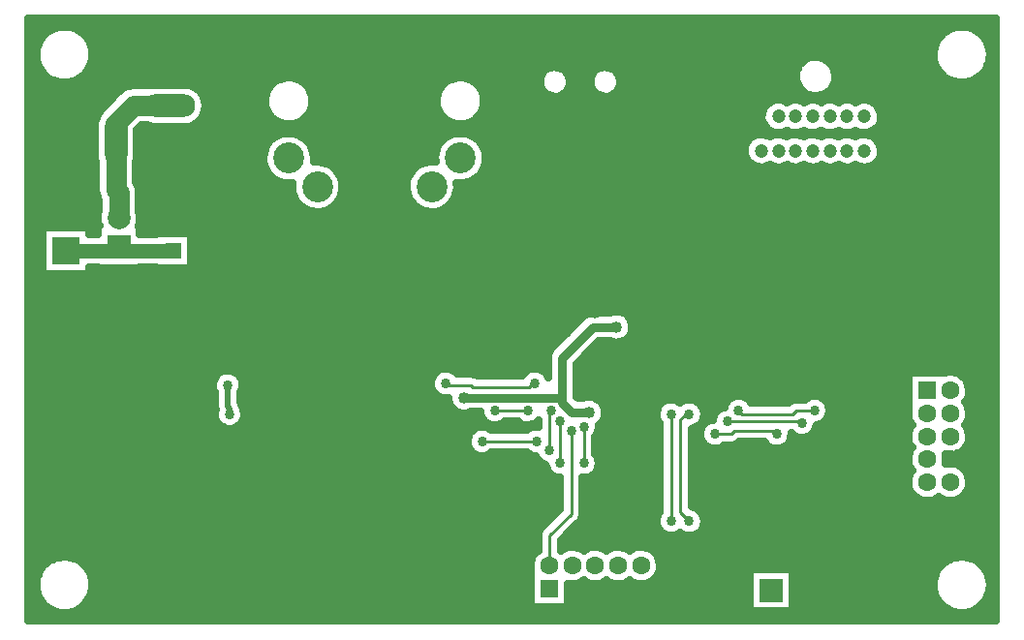
<source format=gbr>
G04 DipTrace 2.4.0.2*
%INmainboard_Bottom.gbr*%
%MOIN*%
%ADD13C,0.03*%
%ADD15C,0.022*%
%ADD18C,0.01*%
%ADD19C,0.02*%
%ADD20C,0.04*%
%ADD22C,0.024*%
%ADD27C,0.05*%
%ADD28C,0.07*%
%ADD30C,0.025*%
%ADD31R,0.0531X0.0531*%
%ADD32C,0.0531*%
%ADD39R,0.0945X0.0945*%
%ADD40C,0.0945*%
%ADD50O,0.1969X0.0787*%
%ADD51O,0.1772X0.0787*%
%ADD52O,0.0787X0.1772*%
%ADD53C,0.1063*%
%ADD58C,0.0472*%
%ADD59C,0.0787*%
%ADD60R,0.0591X0.0591*%
%ADD61C,0.063*%
%ADD62R,0.0787X0.0787*%
%ADD63C,0.0787*%
%ADD71C,0.034*%
%FSLAX44Y44*%
G04*
G70*
G90*
G75*
G01*
%LNBottom*%
%LPD*%
X23377Y11250D2*
D13*
X22751D1*
X22439Y11563D1*
Y11750D1*
Y13125D1*
X23502Y14188D1*
X24314D1*
X22439Y11750D2*
X19064D1*
X22500Y20562D2*
D15*
X22459Y20540D1*
X26937D1*
Y20846D1*
Y22000D1*
X14016Y23937D2*
D13*
X15000D1*
X15984D1*
X16969D1*
X17953D1*
X15984Y20000D2*
Y20937D1*
Y23937D1*
X15937Y16437D2*
D22*
Y19187D1*
X15984Y19140D1*
Y20000D1*
X15937Y13937D2*
D13*
Y14188D1*
Y16437D1*
X22500Y20562D2*
D15*
X20750D1*
X20375Y20937D1*
X20250D1*
D13*
X17437D1*
X15984D1*
X10047Y16813D2*
D15*
X9937Y16704D1*
Y15187D1*
Y13625D1*
X9562Y13250D1*
X9437D1*
X11569Y10444D2*
X11500Y10375D1*
X9750D1*
X9437Y10687D1*
Y11188D1*
Y11687D1*
Y13250D1*
X26937Y20540D2*
D13*
X28252D1*
Y15251D1*
X28690Y14813D1*
X29752D1*
X29586Y20846D2*
X30176D1*
X30767D1*
X31357D2*
X30767D1*
X31948D2*
X31357D1*
X32538D2*
X31948D1*
X28070Y23524D2*
X34251D1*
X29586Y20846D2*
X28070D1*
Y23524D1*
Y20846D2*
X26937D1*
X25151Y5187D2*
X24364D1*
X23576D1*
X22789D1*
X25151D2*
Y4725D1*
X25627Y4250D1*
X28190D1*
X28627Y4687D1*
Y4749D1*
Y5125D1*
X24062Y13562D2*
D18*
X25126D1*
X26814Y15251D1*
X26752D1*
X28627Y4749D2*
D13*
X29189Y4187D1*
X31815D1*
X34940Y7312D1*
X36378D1*
X36690Y7625D1*
Y9313D1*
X36378Y9625D1*
X35799D1*
X35787Y9637D1*
X11569Y10444D2*
Y8931D1*
X12250Y8250D1*
X19439D1*
X19939Y7750D1*
Y4562D1*
X20189Y4312D1*
X22439D1*
X22751Y4625D1*
Y5150D1*
X22789Y5187D1*
X19627Y14188D2*
X15937D1*
X24752Y10938D2*
Y12875D1*
X24189D1*
Y13000D1*
Y13689D1*
X24062Y13562D1*
X26814Y15251D2*
X28252D1*
X23187Y13000D2*
X24189D1*
X9688Y11188D2*
D15*
X9437D1*
X9688D2*
D13*
Y11687D1*
X9687D1*
X9187Y12187D2*
Y11687D1*
Y11187D2*
Y11687D1*
X9437D1*
X9687Y12187D2*
Y11687D1*
X24062Y13000D2*
X24189D1*
X8937Y23437D2*
D15*
Y23937D1*
X14015D1*
X14016D1*
X10187Y15187D2*
X9937D1*
X17437Y21437D2*
D13*
Y20937D1*
X26814Y11188D2*
D18*
X26689D1*
X26502Y11000D1*
Y7812D1*
X26814Y7500D1*
X21501Y12250D2*
X21439D1*
X21314Y12125D1*
X19376D1*
X19314Y12188D1*
X18501D1*
X18439Y12250D1*
X10937Y12187D2*
D19*
Y11439D1*
X11000Y11375D1*
Y11188D1*
X5375Y16813D2*
D27*
X7063D1*
X7187Y16937D1*
X9063Y16813D2*
X7311D1*
X7187Y16937D1*
X8937Y21799D2*
D28*
X8922Y21814D1*
X7687D1*
X7087Y21213D1*
Y20618D1*
X7187Y17937D2*
Y18814D1*
X7087Y18914D1*
Y20618D1*
X26187Y11187D2*
D18*
Y7500D1*
X21251Y11313D2*
X20126D1*
X21564Y10250D2*
X19689D1*
X22376Y9500D2*
Y10938D1*
X30690Y10875D2*
Y10938D1*
X28127D1*
X31127Y11313D2*
X30502D1*
X30377Y11188D1*
X28627D1*
X28502Y11313D1*
X22001Y9938D2*
Y11250D1*
X22064Y11313D1*
X23189Y10750D2*
Y9500D1*
X29815Y10500D2*
X29690Y10625D1*
X28377D1*
X28252Y10500D1*
X27690D1*
X22751Y10625D2*
Y7750D1*
X22001Y7000D1*
Y5975D1*
D20*
X23377Y11250D3*
X24314Y14188D3*
X19064Y11750D3*
X26937Y22000D3*
X15937Y16437D3*
Y13937D3*
Y16437D3*
X9437Y13250D3*
X11569Y10444D3*
X29752Y14813D3*
X24062Y13562D3*
X26752Y15251D3*
X11569Y10444D3*
X19627Y14188D3*
X24752Y10938D3*
X24062Y13562D3*
X23187Y13000D3*
D71*
X26814Y11188D3*
Y7500D3*
X21501Y12250D3*
X18439D3*
X10937Y12187D3*
X11000Y11188D3*
X26187Y11187D3*
Y7500D3*
X21251Y11313D3*
X20126D3*
X21564Y10250D3*
X19689D3*
X22376Y9500D3*
Y10938D3*
X30690Y10875D3*
X28127Y10938D3*
X31127Y11313D3*
X28502D3*
X22001Y9938D3*
X22064Y11313D3*
X23189Y10750D3*
Y9500D3*
X29815Y10500D3*
X27690D3*
X22751Y10625D3*
D20*
X23562Y14687D3*
X22625D3*
X22564Y14001D3*
X24062Y13000D3*
X24187Y7187D3*
X22500Y20562D3*
X9187Y12187D3*
X9687D3*
X9187Y11687D3*
X9687D3*
X9187Y11187D3*
X9688Y11188D3*
X27437Y18437D3*
X26937Y19437D3*
X26437Y18437D3*
X28687Y7187D3*
X29752Y15313D3*
X30937Y7187D3*
X32937D3*
X31690Y16376D3*
X30937Y5187D3*
X36187Y21437D3*
X35937Y16687D3*
Y14687D3*
X34187D3*
X32687Y13187D3*
X20876Y15751D3*
X6937Y23437D3*
X8937D3*
X10437D3*
X5437Y19187D3*
X8312Y20687D3*
X8687Y15187D3*
X10187D3*
X11437Y14187D3*
X4500Y15437D3*
Y13937D3*
Y12437D3*
Y10937D3*
Y9437D3*
X5687Y10187D3*
X6937D3*
X8187Y10625D3*
X7937Y7375D3*
Y5625D3*
X10937D3*
X13937D3*
X10937Y7375D3*
X13937D3*
X16937D3*
Y5625D3*
X14437Y21437D3*
X17437D3*
X9562Y20687D3*
X17376Y13938D3*
X8312Y18251D3*
X9562Y18249D3*
X27127Y12000D3*
X29002D3*
X4087Y24566D2*
D30*
X37351D1*
X4087Y24317D2*
X4691D1*
X5933D2*
X35566D1*
X36808D2*
X37351D1*
X4087Y24068D2*
X4469D1*
X6155D2*
X35344D1*
X37030D2*
X37351D1*
X4087Y23819D2*
X4359D1*
X6265D2*
X35234D1*
X37140D2*
X37351D1*
X4087Y23571D2*
X4324D1*
X6300D2*
X35199D1*
X37175D2*
X37351D1*
X4087Y23322D2*
X4355D1*
X6269D2*
X30703D1*
X31616D2*
X35230D1*
X37144D2*
X37351D1*
X4087Y23073D2*
X4457D1*
X6167D2*
X21918D1*
X22464D2*
X23648D1*
X24198D2*
X30519D1*
X31800D2*
X35332D1*
X37042D2*
X37351D1*
X4087Y22825D2*
X4668D1*
X5956D2*
X21695D1*
X22687D2*
X23430D1*
X24417D2*
X30469D1*
X31851D2*
X35543D1*
X36831D2*
X37351D1*
X4087Y22576D2*
X12480D1*
X13581D2*
X18387D1*
X19487D2*
X21664D1*
X22718D2*
X23394D1*
X24452D2*
X30512D1*
X31808D2*
X37351D1*
X4087Y22327D2*
X7215D1*
X9952D2*
X12289D1*
X13776D2*
X18191D1*
X19683D2*
X21762D1*
X22620D2*
X23492D1*
X24355D2*
X30680D1*
X31640D2*
X37351D1*
X4087Y22079D2*
X6965D1*
X10124D2*
X12211D1*
X13855D2*
X18117D1*
X19757D2*
X37351D1*
X4087Y21830D2*
X6715D1*
X10179D2*
X12215D1*
X13847D2*
X18121D1*
X19753D2*
X29445D1*
X33269D2*
X37351D1*
X4087Y21581D2*
X6488D1*
X10148D2*
X12301D1*
X13761D2*
X18207D1*
X19667D2*
X29308D1*
X33409D2*
X37351D1*
X4087Y21333D2*
X6371D1*
X10011D2*
X12516D1*
X13550D2*
X18418D1*
X19456D2*
X29297D1*
X33417D2*
X37351D1*
X4087Y21084D2*
X6336D1*
X7948D2*
X8301D1*
X9573D2*
X29410D1*
X33304D2*
X37351D1*
X4087Y20835D2*
X6336D1*
X7839D2*
X12789D1*
X13273D2*
X18695D1*
X19179D2*
X37351D1*
X4087Y20587D2*
X6336D1*
X7839D2*
X12375D1*
X13691D2*
X18277D1*
X19597D2*
X28805D1*
X33319D2*
X37351D1*
X4087Y20338D2*
X6336D1*
X7839D2*
X12211D1*
X13851D2*
X18117D1*
X19757D2*
X28703D1*
X33421D2*
X37351D1*
X4087Y20089D2*
X6336D1*
X7835D2*
X12148D1*
X13913D2*
X18055D1*
X19819D2*
X28723D1*
X33401D2*
X37351D1*
X4087Y19840D2*
X6379D1*
X7792D2*
X12156D1*
X14296D2*
X17676D1*
X19812D2*
X28879D1*
X33245D2*
X37351D1*
X4087Y19592D2*
X6379D1*
X7792D2*
X12246D1*
X14683D2*
X17285D1*
X19722D2*
X37351D1*
X4087Y19343D2*
X6379D1*
X7792D2*
X12445D1*
X14839D2*
X17129D1*
X19523D2*
X37351D1*
X4087Y19094D2*
X6379D1*
X7835D2*
X13133D1*
X14901D2*
X17066D1*
X18839D2*
X37351D1*
X4087Y18846D2*
X6383D1*
X7894D2*
X13144D1*
X14886D2*
X17082D1*
X18823D2*
X37351D1*
X4087Y18597D2*
X6457D1*
X7894D2*
X13234D1*
X14796D2*
X17172D1*
X18733D2*
X37351D1*
X4087Y18348D2*
X6480D1*
X7894D2*
X13441D1*
X14589D2*
X17379D1*
X18526D2*
X37351D1*
X4087Y18100D2*
X6457D1*
X7917D2*
X37351D1*
X4087Y17851D2*
X6441D1*
X7933D2*
X37351D1*
X4087Y17602D2*
X4547D1*
X6202D2*
X6437D1*
X7937D2*
X37351D1*
X4087Y17354D2*
X4547D1*
X9687D2*
X37351D1*
X4087Y17105D2*
X4547D1*
X9687D2*
X37351D1*
X4087Y16856D2*
X4547D1*
X9687D2*
X37351D1*
X4087Y16608D2*
X4547D1*
X9687D2*
X37351D1*
X4087Y16359D2*
X4547D1*
X9687D2*
X37351D1*
X4087Y16110D2*
X4547D1*
X6202D2*
X37351D1*
X4087Y15861D2*
X37351D1*
X4087Y15613D2*
X37351D1*
X4087Y15364D2*
X37351D1*
X4087Y15115D2*
X37351D1*
X4087Y14867D2*
X37351D1*
X4087Y14618D2*
X23258D1*
X24651D2*
X37351D1*
X4087Y14369D2*
X22976D1*
X24839D2*
X37351D1*
X4087Y14121D2*
X22726D1*
X24866D2*
X37351D1*
X4087Y13872D2*
X22480D1*
X24765D2*
X37351D1*
X4087Y13623D2*
X22230D1*
X23644D2*
X37351D1*
X4087Y13375D2*
X22000D1*
X23394D2*
X37351D1*
X4087Y13126D2*
X21933D1*
X23148D2*
X37351D1*
X4087Y12877D2*
X21933D1*
X22944D2*
X37351D1*
X4087Y12629D2*
X10672D1*
X11202D2*
X18082D1*
X18792D2*
X21148D1*
X21855D2*
X21932D1*
X22944D2*
X35613D1*
X35964D2*
X37351D1*
X4087Y12380D2*
X10449D1*
X11425D2*
X17930D1*
X22944D2*
X34348D1*
X36335D2*
X37351D1*
X4087Y12131D2*
X10414D1*
X11460D2*
X17926D1*
X22944D2*
X34348D1*
X36444D2*
X37351D1*
X4087Y11882D2*
X10480D1*
X11394D2*
X18074D1*
X22944D2*
X34348D1*
X36448D2*
X37351D1*
X4087Y11634D2*
X10480D1*
X11394D2*
X18519D1*
X23769D2*
X25933D1*
X26441D2*
X26558D1*
X27069D2*
X28090D1*
X28913D2*
X30269D1*
X31538D2*
X34348D1*
X36347D2*
X37351D1*
X4087Y11385D2*
X10484D1*
X11487D2*
X18652D1*
X23917D2*
X25699D1*
X27300D2*
X27875D1*
X31648D2*
X34348D1*
X36437D2*
X37351D1*
X4087Y11136D2*
X10476D1*
X11523D2*
X19633D1*
X23921D2*
X25664D1*
X27339D2*
X27641D1*
X31620D2*
X34332D1*
X36452D2*
X37351D1*
X4087Y10888D2*
X10574D1*
X11429D2*
X19836D1*
X20417D2*
X20961D1*
X23792D2*
X25758D1*
X27241D2*
X27346D1*
X31417D2*
X34414D1*
X36370D2*
X37351D1*
X4087Y10639D2*
X19348D1*
X20030D2*
X21223D1*
X23702D2*
X25781D1*
X26909D2*
X27183D1*
X31159D2*
X34363D1*
X36421D2*
X37351D1*
X4087Y10390D2*
X19183D1*
X23597D2*
X25781D1*
X26909D2*
X27176D1*
X30331D2*
X30535D1*
X30843D2*
X34328D1*
X36456D2*
X37351D1*
X4087Y10142D2*
X19176D1*
X23597D2*
X25781D1*
X26909D2*
X27312D1*
X28409D2*
X29437D1*
X30191D2*
X34394D1*
X36394D2*
X37351D1*
X4087Y9893D2*
X19312D1*
X23597D2*
X25781D1*
X26909D2*
X34379D1*
X36179D2*
X37351D1*
X4087Y9644D2*
X21570D1*
X23694D2*
X25781D1*
X26909D2*
X34328D1*
X35671D2*
X37351D1*
X4087Y9396D2*
X21859D1*
X23706D2*
X25781D1*
X26909D2*
X34375D1*
X36159D2*
X37351D1*
X4087Y9147D2*
X21996D1*
X23569D2*
X25781D1*
X26909D2*
X34398D1*
X36386D2*
X37351D1*
X4087Y8898D2*
X22344D1*
X23159D2*
X25781D1*
X26909D2*
X34328D1*
X36456D2*
X37351D1*
X4087Y8650D2*
X22344D1*
X23159D2*
X25781D1*
X26909D2*
X34359D1*
X36425D2*
X37351D1*
X4087Y8401D2*
X22344D1*
X23159D2*
X25781D1*
X26909D2*
X34508D1*
X36276D2*
X37351D1*
X4087Y8152D2*
X22344D1*
X23159D2*
X25781D1*
X26909D2*
X37351D1*
X4087Y7903D2*
X22340D1*
X23159D2*
X25781D1*
X27136D2*
X37351D1*
X4087Y7655D2*
X22090D1*
X23148D2*
X25683D1*
X27316D2*
X37351D1*
X4087Y7406D2*
X21844D1*
X22972D2*
X25668D1*
X27331D2*
X37351D1*
X4087Y7157D2*
X21629D1*
X22726D2*
X25797D1*
X27206D2*
X37351D1*
X4087Y6909D2*
X21594D1*
X22476D2*
X37351D1*
X4087Y6660D2*
X21594D1*
X22409D2*
X37351D1*
X4087Y6411D2*
X21500D1*
X25651D2*
X37351D1*
X4087Y6163D2*
X4840D1*
X5784D2*
X21359D1*
X25796D2*
X35715D1*
X36659D2*
X37351D1*
X4087Y5914D2*
X4539D1*
X6089D2*
X21332D1*
X25819D2*
X35410D1*
X36964D2*
X37351D1*
X4087Y5665D2*
X4394D1*
X6233D2*
X21348D1*
X25745D2*
X28875D1*
X30378D2*
X35269D1*
X37105D2*
X37351D1*
X4087Y5417D2*
X4332D1*
X6292D2*
X21348D1*
X23140D2*
X23222D1*
X23929D2*
X24010D1*
X24714D2*
X24800D1*
X25503D2*
X28875D1*
X30378D2*
X35207D1*
X37167D2*
X37351D1*
X4087Y5168D2*
X4336D1*
X6288D2*
X21348D1*
X22651D2*
X28875D1*
X30378D2*
X35211D1*
X37163D2*
X37351D1*
X4087Y4919D2*
X4410D1*
X6214D2*
X21348D1*
X22651D2*
X28875D1*
X30378D2*
X35285D1*
X37089D2*
X37351D1*
X4087Y4671D2*
X4570D1*
X6054D2*
X21348D1*
X22651D2*
X28875D1*
X30378D2*
X35445D1*
X36929D2*
X37351D1*
X4087Y4422D2*
X4926D1*
X5702D2*
X28875D1*
X30378D2*
X35797D1*
X36577D2*
X37351D1*
X4087Y4173D2*
X37351D1*
X8590Y17411D2*
X9660D1*
Y16216D1*
X8465D1*
Y16235D1*
X8063Y16232D1*
X7910D1*
X7913Y16211D1*
X6461D1*
Y16231D1*
X6177Y16232D1*
X6179Y16009D1*
X4570D1*
Y17618D1*
X6179D1*
Y17395D1*
X6465D1*
X6461Y17663D1*
X6515Y17664D1*
X6478Y17784D1*
X6462Y17908D1*
X6468Y18032D1*
X6505Y18187D1*
Y18558D1*
X6450Y18669D1*
X6422Y18760D1*
X6405Y18914D1*
Y19879D1*
X6377Y19973D1*
X6361Y20126D1*
X6367Y21206D1*
X6394Y21327D1*
X6457Y21475D1*
X6515Y21585D1*
X6604Y21695D1*
X7205Y22296D1*
X7301Y22376D1*
X7410Y22437D1*
X7528Y22477D1*
X7687Y22496D1*
X8246D1*
X8401Y22523D1*
X9429Y22525D1*
X9510Y22520D1*
X9632Y22496D1*
X9749Y22451D1*
X9856Y22386D1*
X9950Y22304D1*
X10029Y22208D1*
X10090Y22099D1*
X10132Y21981D1*
X10155Y21799D1*
X10144Y21675D1*
X10112Y21554D1*
X10060Y21441D1*
X9989Y21338D1*
X9902Y21249D1*
X9800Y21176D1*
X9688Y21121D1*
X9568Y21087D1*
X9429Y21074D1*
X8445Y21078D1*
X8335Y21082D1*
X8167Y21132D1*
X7973D1*
X7813Y20975D1*
X7808Y20126D1*
X7801Y20002D1*
X7768Y19868D1*
Y19169D1*
X7824Y19059D1*
X7852Y18968D1*
X7869Y18814D1*
Y18185D1*
X7910Y17996D1*
X7902Y17813D1*
X7855Y17660D1*
X7913Y17663D1*
Y17393D1*
X8463Y17395D1*
X8465Y17411D1*
X8590D1*
X19791Y19875D2*
X19764Y19753D1*
X19720Y19636D1*
X19660Y19527D1*
X19584Y19428D1*
X19495Y19340D1*
X19394Y19267D1*
X19283Y19209D1*
X19165Y19167D1*
X19043Y19143D1*
X18918Y19136D1*
X18805Y19147D1*
X18816Y19015D1*
X18807Y18891D1*
X18780Y18769D1*
X18736Y18652D1*
X18675Y18543D1*
X18600Y18443D1*
X18510Y18356D1*
X18409Y18283D1*
X18299Y18224D1*
X18181Y18183D1*
X18059Y18158D1*
X17934Y18152D1*
X17810Y18164D1*
X17688Y18193D1*
X17572Y18240D1*
X17465Y18303D1*
X17367Y18381D1*
X17282Y18472D1*
X17210Y18575D1*
X17154Y18686D1*
X17115Y18805D1*
X17094Y18928D1*
X17090Y19053D1*
X17105Y19177D1*
X17137Y19298D1*
X17186Y19412D1*
X17252Y19519D1*
X17332Y19615D1*
X17425Y19698D1*
X17529Y19767D1*
X17641Y19821D1*
X17761Y19857D1*
X17884Y19876D1*
X18009Y19877D1*
X18083Y19867D1*
X18074Y20037D1*
X18089Y20161D1*
X18121Y20282D1*
X18170Y20397D1*
X18236Y20503D1*
X18316Y20599D1*
X18409Y20682D1*
X18513Y20751D1*
X18626Y20805D1*
X18745Y20841D1*
X18869Y20860D1*
X18994Y20861D1*
X19117Y20844D1*
X19237Y20809D1*
X19351Y20757D1*
X19456Y20690D1*
X19550Y20608D1*
X19631Y20513D1*
X19698Y20407D1*
X19749Y20293D1*
X19783Y20173D1*
X19800Y20000D1*
X19791Y19875D1*
X13886D2*
X14072Y19877D1*
X14196Y19860D1*
X14316Y19825D1*
X14430Y19773D1*
X14535Y19705D1*
X14629Y19623D1*
X14710Y19528D1*
X14777Y19423D1*
X14828Y19309D1*
X14862Y19189D1*
X14879Y19015D1*
X14870Y18891D1*
X14843Y18769D1*
X14799Y18652D1*
X14738Y18543D1*
X14663Y18443D1*
X14573Y18356D1*
X14472Y18283D1*
X14362Y18224D1*
X14244Y18183D1*
X14122Y18158D1*
X13997Y18152D1*
X13873Y18164D1*
X13751Y18193D1*
X13635Y18240D1*
X13528Y18303D1*
X13430Y18381D1*
X13345Y18472D1*
X13273Y18575D1*
X13217Y18686D1*
X13178Y18805D1*
X13157Y18928D1*
X13153Y19053D1*
X13165Y19150D1*
X13013Y19136D1*
X12888Y19148D1*
X12767Y19178D1*
X12651Y19224D1*
X12543Y19287D1*
X12446Y19365D1*
X12360Y19456D1*
X12289Y19559D1*
X12233Y19671D1*
X12194Y19789D1*
X12173Y19912D1*
X12169Y20037D1*
X12183Y20161D1*
X12216Y20282D1*
X12265Y20397D1*
X12330Y20503D1*
X12410Y20599D1*
X12503Y20682D1*
X12607Y20751D1*
X12720Y20805D1*
X12840Y20841D1*
X12963Y20860D1*
X13088Y20861D1*
X13212Y20844D1*
X13332Y20809D1*
X13445Y20757D1*
X13550Y20690D1*
X13644Y20608D1*
X13726Y20513D1*
X13793Y20407D1*
X13843Y20293D1*
X13877Y20173D1*
X13895Y20000D1*
X13886Y19875D1*
X19732Y21844D2*
X19703Y21722D1*
X19655Y21606D1*
X19591Y21500D1*
X19510Y21404D1*
X19416Y21322D1*
X19310Y21256D1*
X19196Y21206D1*
X19075Y21176D1*
X18950Y21164D1*
X18826Y21171D1*
X18704Y21198D1*
X18587Y21244D1*
X18480Y21306D1*
X18383Y21385D1*
X18299Y21478D1*
X18231Y21583D1*
X18180Y21697D1*
X18147Y21817D1*
X18133Y21941D1*
X18139Y22066D1*
X18164Y22188D1*
X18207Y22305D1*
X18268Y22414D1*
X18345Y22513D1*
X18437Y22598D1*
X18540Y22668D1*
X18653Y22721D1*
X18773Y22755D1*
X18897Y22771D1*
X19022Y22768D1*
X19145Y22745D1*
X19262Y22704D1*
X19372Y22644D1*
X19472Y22569D1*
X19558Y22479D1*
X19630Y22377D1*
X19685Y22264D1*
X19722Y22145D1*
X19741Y21968D1*
X19732Y21844D1*
X13826D2*
X13797Y21722D1*
X13750Y21606D1*
X13685Y21500D1*
X13605Y21404D1*
X13511Y21322D1*
X13405Y21256D1*
X13290Y21206D1*
X13169Y21176D1*
X13045Y21164D1*
X12920Y21171D1*
X12798Y21198D1*
X12682Y21244D1*
X12574Y21306D1*
X12477Y21385D1*
X12394Y21478D1*
X12325Y21583D1*
X12274Y21697D1*
X12241Y21817D1*
X12228Y21941D1*
X12233Y22066D1*
X12258Y22188D1*
X12301Y22305D1*
X12362Y22414D1*
X12440Y22513D1*
X12531Y22598D1*
X12635Y22668D1*
X12748Y22721D1*
X12868Y22755D1*
X12991Y22771D1*
X13116Y22768D1*
X13239Y22745D1*
X13357Y22704D1*
X13467Y22644D1*
X13566Y22569D1*
X13653Y22479D1*
X13724Y22377D1*
X13779Y22264D1*
X13816Y22145D1*
X13836Y21968D1*
X13826Y21844D1*
X34497Y12627D2*
X35627Y12623D1*
X35739Y12645D1*
X35864Y12642D1*
X35986Y12615D1*
X36100Y12565D1*
X36203Y12495D1*
X36290Y12406D1*
X36359Y12301D1*
X36406Y12186D1*
X36434Y12000D1*
X36422Y11875D1*
X36386Y11756D1*
X36328Y11645D1*
X36296Y11606D1*
X36359Y11514D1*
X36406Y11398D1*
X36434Y11212D1*
X36422Y11088D1*
X36386Y10968D1*
X36328Y10858D1*
X36296Y10818D1*
X36359Y10727D1*
X36406Y10611D1*
X36434Y10425D1*
X36422Y10300D1*
X36386Y10181D1*
X36328Y10070D1*
X36250Y9973D1*
X36155Y9893D1*
X36045Y9832D1*
X35927Y9793D1*
X35803Y9778D1*
X35678Y9787D1*
X35622Y9802D1*
X35646Y9637D1*
X35622Y9472D1*
X35739Y9495D1*
X35864Y9492D1*
X35986Y9465D1*
X36100Y9416D1*
X36203Y9345D1*
X36290Y9256D1*
X36359Y9152D1*
X36406Y9036D1*
X36434Y8850D1*
X36422Y8726D1*
X36386Y8606D1*
X36328Y8496D1*
X36250Y8398D1*
X36155Y8318D1*
X36045Y8257D1*
X35927Y8218D1*
X35803Y8203D1*
X35678Y8212D1*
X35558Y8245D1*
X35446Y8300D1*
X35393Y8340D1*
X35258Y8257D1*
X35139Y8218D1*
X35016Y8203D1*
X34891Y8212D1*
X34771Y8245D1*
X34659Y8300D1*
X34559Y8376D1*
X34477Y8469D1*
X34413Y8577D1*
X34372Y8694D1*
X34353Y8818D1*
X34359Y8943D1*
X34389Y9064D1*
X34442Y9177D1*
X34490Y9243D1*
X34413Y9364D1*
X34372Y9482D1*
X34353Y9605D1*
X34359Y9730D1*
X34389Y9851D1*
X34442Y9964D1*
X34490Y10031D1*
X34413Y10152D1*
X34372Y10269D1*
X34353Y10393D1*
X34359Y10517D1*
X34389Y10639D1*
X34442Y10752D1*
X34490Y10818D1*
X34413Y10939D1*
X34372Y11057D1*
X34353Y11180D1*
X34359Y11305D1*
X34372Y11372D1*
Y12627D1*
X34497D1*
X31355Y20954D2*
X31320Y20931D1*
X31203Y20887D1*
X31079Y20869D1*
X30955Y20879D1*
X30836Y20916D1*
X30771Y20953D1*
X30612Y20887D1*
X30489Y20869D1*
X30364Y20879D1*
X30245Y20916D1*
X30181Y20953D1*
X30022Y20887D1*
X29898Y20869D1*
X29774Y20879D1*
X29655Y20916D1*
X29546Y20978D1*
X29454Y21062D1*
X29383Y21164D1*
X29335Y21279D1*
X29314Y21402D1*
X29320Y21527D1*
X29353Y21647D1*
X29412Y21757D1*
X29493Y21852D1*
X29593Y21927D1*
X29707Y21978D1*
X29829Y22003D1*
X29954Y22000D1*
X30075Y21971D1*
X30176Y21921D1*
X30297Y21978D1*
X30420Y22003D1*
X30544Y22000D1*
X30665Y21971D1*
X30767Y21921D1*
X30888Y21978D1*
X31010Y22003D1*
X31135Y22000D1*
X31256Y21971D1*
X31357Y21921D1*
X31478Y21978D1*
X31601Y22003D1*
X31725Y22000D1*
X31847Y21971D1*
X31948Y21921D1*
X32069Y21978D1*
X32191Y22003D1*
X32316Y22000D1*
X32437Y21971D1*
X32539Y21921D1*
X32660Y21978D1*
X32782Y22003D1*
X32906Y22000D1*
X33028Y21971D1*
X33140Y21916D1*
X33237Y21837D1*
X33314Y21740D1*
X33369Y21628D1*
X33398Y21506D1*
X33402Y21437D1*
X33388Y21313D1*
X33348Y21195D1*
X33282Y21089D1*
X33196Y20999D1*
X33091Y20931D1*
X32975Y20887D1*
X32851Y20869D1*
X32727Y20879D1*
X32607Y20916D1*
X32543Y20953D1*
X32384Y20887D1*
X32260Y20869D1*
X32136Y20879D1*
X32017Y20916D1*
X31953Y20953D1*
X31793Y20887D1*
X31670Y20869D1*
X31546Y20879D1*
X31426Y20916D1*
X31362Y20953D1*
X31355Y19773D2*
X31320Y19750D1*
X31203Y19706D1*
X31079Y19688D1*
X30955Y19698D1*
X30836Y19735D1*
X30771Y19772D1*
X30612Y19706D1*
X30489Y19688D1*
X30364Y19698D1*
X30245Y19735D1*
X30181Y19772D1*
X30022Y19706D1*
X29898Y19688D1*
X29774Y19698D1*
X29655Y19735D1*
X29590Y19772D1*
X29431Y19706D1*
X29308Y19688D1*
X29183Y19698D1*
X29064Y19735D1*
X28956Y19797D1*
X28864Y19881D1*
X28792Y19983D1*
X28745Y20098D1*
X28723Y20221D1*
X28729Y20346D1*
X28763Y20466D1*
X28821Y20576D1*
X28902Y20671D1*
X29002Y20746D1*
X29116Y20797D1*
X29238Y20822D1*
X29363Y20819D1*
X29484Y20790D1*
X29586Y20740D1*
X29707Y20797D1*
X29829Y20822D1*
X29954Y20819D1*
X30075Y20790D1*
X30176Y20740D1*
X30297Y20797D1*
X30420Y20822D1*
X30544Y20819D1*
X30665Y20790D1*
X30767Y20740D1*
X30888Y20797D1*
X31010Y20822D1*
X31135Y20819D1*
X31256Y20790D1*
X31357Y20740D1*
X31478Y20797D1*
X31601Y20822D1*
X31725Y20819D1*
X31847Y20790D1*
X31948Y20740D1*
X32069Y20797D1*
X32191Y20822D1*
X32316Y20819D1*
X32437Y20790D1*
X32539Y20740D1*
X32660Y20797D1*
X32782Y20822D1*
X32906Y20819D1*
X33028Y20790D1*
X33140Y20735D1*
X33237Y20656D1*
X33314Y20559D1*
X33369Y20446D1*
X33398Y20325D1*
X33402Y20256D1*
X33388Y20132D1*
X33348Y20014D1*
X33282Y19908D1*
X33196Y19818D1*
X33091Y19750D1*
X32975Y19706D1*
X32851Y19688D1*
X32727Y19698D1*
X32607Y19735D1*
X32543Y19772D1*
X32384Y19706D1*
X32260Y19688D1*
X32136Y19698D1*
X32017Y19735D1*
X31953Y19772D1*
X31793Y19706D1*
X31670Y19688D1*
X31546Y19698D1*
X31426Y19735D1*
X31362Y19772D1*
X31815Y22691D2*
X31781Y22571D1*
X31724Y22459D1*
X31648Y22361D1*
X31555Y22278D1*
X31448Y22214D1*
X31330Y22171D1*
X31207Y22150D1*
X31083Y22153D1*
X30960Y22179D1*
X30845Y22228D1*
X30741Y22297D1*
X30652Y22384D1*
X30581Y22486D1*
X30530Y22600D1*
X30501Y22721D1*
X30495Y22846D1*
X30512Y22970D1*
X30552Y23088D1*
X30614Y23196D1*
X30695Y23292D1*
X30792Y23370D1*
X30902Y23429D1*
X31021Y23467D1*
X31145Y23481D1*
X31269Y23473D1*
X31390Y23441D1*
X31503Y23387D1*
X31603Y23313D1*
X31688Y23222D1*
X31755Y23116D1*
X31801Y23000D1*
X31827Y22815D1*
X31815Y22691D1*
X22629Y5349D2*
Y4560D1*
X21374D1*
X21378Y5814D1*
X21355Y5943D1*
X21361Y6067D1*
X21391Y6188D1*
X21443Y6302D1*
X21517Y6403D1*
X21618Y6494D1*
X21620Y7000D1*
X21640Y7123D1*
X21701Y7235D1*
X21908Y7447D1*
X22369Y7908D1*
X22370Y8996D1*
X22290Y9006D1*
X22171Y9042D1*
X22064Y9107D1*
X21977Y9196D1*
X21915Y9304D1*
X21880Y9451D1*
X21796Y9480D1*
X21689Y9545D1*
X21602Y9634D1*
X21536Y9753D1*
X21478Y9756D1*
X21358Y9792D1*
X21238Y9871D1*
X20189Y9868D1*
X20013D1*
X19961Y9829D1*
X19849Y9775D1*
X19727Y9750D1*
X19602Y9756D1*
X19483Y9792D1*
X19377Y9857D1*
X19289Y9946D1*
X19227Y10054D1*
X19193Y10174D1*
X19189Y10298D1*
X19216Y10420D1*
X19273Y10531D1*
X19355Y10625D1*
X19458Y10696D1*
X19575Y10739D1*
X19699Y10752D1*
X19822Y10734D1*
X19937Y10686D1*
X20009Y10632D1*
X21239D1*
X21333Y10696D1*
X21450Y10739D1*
X21574Y10752D1*
X21616Y10746D1*
X21619Y10972D1*
X21524Y10891D1*
X21412Y10837D1*
X21290Y10812D1*
X21165Y10818D1*
X21046Y10855D1*
X20926Y10934D1*
X20451Y10931D1*
X20399Y10891D1*
X20287Y10837D1*
X20164Y10812D1*
X20040Y10818D1*
X19921Y10855D1*
X19814Y10920D1*
X19727Y11009D1*
X19664Y11117D1*
X19630Y11236D1*
X19629Y11272D1*
X19287Y11268D1*
X19149Y11225D1*
X19024Y11220D1*
X18902Y11244D1*
X18788Y11295D1*
X18690Y11372D1*
X18612Y11470D1*
X18559Y11582D1*
X18534Y11705D1*
X18535Y11755D1*
X18352Y11756D1*
X18233Y11793D1*
X18127Y11857D1*
X18039Y11946D1*
X17977Y12054D1*
X17943Y12174D1*
X17939Y12299D1*
X17966Y12420D1*
X18023Y12531D1*
X18105Y12625D1*
X18208Y12696D1*
X18325Y12739D1*
X18449Y12752D1*
X18572Y12734D1*
X18687Y12686D1*
X18787Y12612D1*
X18819Y12572D1*
X19314Y12570D1*
X19440Y12548D1*
X19523Y12507D1*
X21068D1*
X21168Y12625D1*
X21270Y12696D1*
X21387Y12739D1*
X21511Y12752D1*
X21635Y12734D1*
X21750Y12686D1*
X21850Y12612D1*
X21928Y12515D1*
X21956Y12454D1*
X21957Y13125D1*
X21973Y13249D1*
X22021Y13364D1*
X22098Y13466D1*
X23161Y14529D1*
X23260Y14605D1*
X23375Y14653D1*
X23502Y14670D1*
X24091D1*
X24184Y14704D1*
X24308Y14720D1*
X24432Y14707D1*
X24549Y14665D1*
X24654Y14597D1*
X24740Y14507D1*
X24802Y14399D1*
X24838Y14279D1*
X24846Y14188D1*
X24831Y14064D1*
X24788Y13947D1*
X24719Y13843D1*
X24628Y13759D1*
X24519Y13697D1*
X24399Y13663D1*
X24275Y13658D1*
X24152Y13681D1*
X24099Y13706D1*
X23701D1*
X22922Y12928D1*
X22921Y11762D1*
X23001Y11732D1*
X23154D1*
X23247Y11766D1*
X23370Y11782D1*
X23494Y11769D1*
X23612Y11727D1*
X23716Y11659D1*
X23802Y11569D1*
X23865Y11461D1*
X23901Y11342D1*
X23908Y11250D1*
X23894Y11126D1*
X23851Y11009D1*
X23782Y10906D1*
X23687Y10819D1*
X23691Y10750D1*
X23675Y10627D1*
X23630Y10510D1*
X23569Y10425D1*
X23571Y9824D1*
X23616Y9764D1*
X23668Y9651D1*
X23691Y9500D1*
X23675Y9376D1*
X23630Y9260D1*
X23557Y9159D1*
X23462Y9079D1*
X23349Y9025D1*
X23227Y9000D1*
X23133D1*
Y7750D1*
X23113Y7627D1*
X23052Y7515D1*
X22845Y7303D1*
X22383Y6842D1*
Y6496D1*
X22395Y6488D1*
X22501Y6554D1*
X22618Y6598D1*
X22741Y6620D1*
X22866Y6617D1*
X22988Y6590D1*
X23102Y6540D1*
X23183Y6488D1*
X23289Y6554D1*
X23405Y6598D1*
X23528Y6620D1*
X23653Y6617D1*
X23775Y6590D1*
X23889Y6540D1*
X23970Y6488D1*
X24076Y6554D1*
X24193Y6598D1*
X24316Y6620D1*
X24440Y6617D1*
X24562Y6590D1*
X24677Y6540D1*
X24758Y6488D1*
X24863Y6554D1*
X24980Y6598D1*
X25103Y6620D1*
X25228Y6617D1*
X25350Y6590D1*
X25464Y6540D1*
X25567Y6470D1*
X25654Y6381D1*
X25723Y6276D1*
X25770Y6161D1*
X25798Y5975D1*
X25786Y5850D1*
X25750Y5731D1*
X25692Y5620D1*
X25614Y5523D1*
X25519Y5442D1*
X25410Y5382D1*
X25291Y5343D1*
X25167Y5328D1*
X25043Y5337D1*
X24922Y5370D1*
X24810Y5425D1*
X24757Y5465D1*
X24622Y5382D1*
X24504Y5343D1*
X24380Y5328D1*
X24255Y5337D1*
X24135Y5370D1*
X24023Y5425D1*
X23970Y5465D1*
X23835Y5382D1*
X23716Y5343D1*
X23592Y5328D1*
X23468Y5337D1*
X23347Y5370D1*
X23235Y5425D1*
X23183Y5465D1*
X23047Y5382D1*
X22929Y5343D1*
X22805Y5328D1*
X22680Y5337D1*
X22631Y5350D1*
X29027Y5850D2*
X30353D1*
Y4399D1*
X28902D1*
Y5850D1*
X29027D1*
X24415Y22509D2*
X24370Y22392D1*
X24298Y22291D1*
X24203Y22210D1*
X24091Y22154D1*
X23970Y22127D1*
X23845Y22131D1*
X23725Y22166D1*
X23617Y22228D1*
X23528Y22315D1*
X23462Y22421D1*
X23425Y22540D1*
X23417Y22664D1*
X23440Y22787D1*
X23493Y22900D1*
X23571Y22997D1*
X23671Y23072D1*
X23786Y23120D1*
X23909Y23139D1*
X24033Y23127D1*
X24150Y23086D1*
X24254Y23017D1*
X24338Y22924D1*
X24397Y22814D1*
X24427Y22693D1*
X24430Y22632D1*
X24415Y22509D1*
X22683D2*
X22638Y22392D1*
X22566Y22291D1*
X22471Y22210D1*
X22359Y22154D1*
X22237Y22127D1*
X22113Y22131D1*
X21993Y22166D1*
X21885Y22228D1*
X21796Y22315D1*
X21730Y22421D1*
X21692Y22540D1*
X21685Y22664D1*
X21708Y22787D1*
X21760Y22900D1*
X21839Y22997D1*
X21938Y23072D1*
X22053Y23120D1*
X22177Y23139D1*
X22301Y23127D1*
X22418Y23086D1*
X22522Y23017D1*
X22606Y22924D1*
X22664Y22814D1*
X22694Y22693D1*
X22698Y22632D1*
X22683Y22509D1*
X6266Y23437D2*
X6242Y23315D1*
X6202Y23196D1*
X6147Y23084D1*
X6078Y22980D1*
X5996Y22886D1*
X5903Y22803D1*
X5799Y22732D1*
X5688Y22676D1*
X5570Y22635D1*
X5448Y22610D1*
X5323Y22600D1*
X5198Y22607D1*
X5075Y22630D1*
X4957Y22668D1*
X4844Y22722D1*
X4739Y22790D1*
X4644Y22870D1*
X4560Y22963D1*
X4488Y23065D1*
X4431Y23176D1*
X4389Y23294D1*
X4362Y23416D1*
X4351Y23540D1*
X4356Y23665D1*
X4377Y23788D1*
X4415Y23907D1*
X4467Y24021D1*
X4534Y24126D1*
X4613Y24223D1*
X4705Y24308D1*
X4807Y24380D1*
X4917Y24439D1*
X5034Y24482D1*
X5156Y24511D1*
X5280Y24523D1*
X5405Y24519D1*
X5528Y24499D1*
X5648Y24463D1*
X5762Y24412D1*
X5868Y24347D1*
X5965Y24268D1*
X6051Y24177D1*
X6125Y24076D1*
X6185Y23967D1*
X6230Y23850D1*
X6259Y23729D1*
X6274Y23562D1*
X6266Y23437D1*
Y5188D2*
X6242Y5065D1*
X6202Y4947D1*
X6147Y4834D1*
X6078Y4730D1*
X5996Y4636D1*
X5903Y4553D1*
X5799Y4483D1*
X5688Y4427D1*
X5570Y4386D1*
X5448Y4360D1*
X5323Y4350D1*
X5198Y4357D1*
X5075Y4380D1*
X4957Y4419D1*
X4844Y4472D1*
X4739Y4540D1*
X4644Y4621D1*
X4560Y4713D1*
X4488Y4816D1*
X4431Y4927D1*
X4389Y5044D1*
X4362Y5166D1*
X4351Y5291D1*
X4356Y5416D1*
X4377Y5539D1*
X4415Y5658D1*
X4467Y5771D1*
X4534Y5877D1*
X4613Y5973D1*
X4705Y6058D1*
X4807Y6130D1*
X4917Y6189D1*
X5034Y6233D1*
X5156Y6261D1*
X5280Y6273D1*
X5405Y6270D1*
X5528Y6249D1*
X5648Y6214D1*
X5762Y6162D1*
X5868Y6097D1*
X5965Y6018D1*
X6051Y5928D1*
X6125Y5827D1*
X6185Y5717D1*
X6230Y5601D1*
X6259Y5479D1*
X6274Y5312D1*
X6266Y5188D1*
X37141Y23437D2*
X37116Y23315D1*
X37077Y23196D1*
X37022Y23084D1*
X36953Y22980D1*
X36871Y22886D1*
X36777Y22803D1*
X36674Y22732D1*
X36562Y22676D1*
X36445Y22635D1*
X36322Y22610D1*
X36198Y22600D1*
X36073Y22607D1*
X35950Y22630D1*
X35831Y22668D1*
X35719Y22722D1*
X35614Y22790D1*
X35518Y22870D1*
X35434Y22963D1*
X35363Y23065D1*
X35306Y23176D1*
X35263Y23294D1*
X35236Y23416D1*
X35225Y23540D1*
X35231Y23665D1*
X35252Y23788D1*
X35289Y23907D1*
X35342Y24021D1*
X35408Y24126D1*
X35488Y24223D1*
X35580Y24308D1*
X35682Y24380D1*
X35792Y24439D1*
X35909Y24482D1*
X36030Y24511D1*
X36155Y24523D1*
X36280Y24519D1*
X36403Y24499D1*
X36523Y24463D1*
X36637Y24412D1*
X36743Y24347D1*
X36840Y24268D1*
X36926Y24177D1*
X37000Y24076D1*
X37059Y23967D1*
X37105Y23850D1*
X37134Y23729D1*
X37149Y23562D1*
X37141Y23437D1*
Y5188D2*
X37116Y5065D1*
X37077Y4947D1*
X37022Y4834D1*
X36953Y4730D1*
X36871Y4636D1*
X36777Y4553D1*
X36674Y4483D1*
X36562Y4427D1*
X36445Y4386D1*
X36322Y4360D1*
X36198Y4350D1*
X36073Y4357D1*
X35950Y4380D1*
X35831Y4419D1*
X35719Y4472D1*
X35614Y4540D1*
X35518Y4621D1*
X35434Y4713D1*
X35363Y4816D1*
X35306Y4927D1*
X35263Y5044D1*
X35236Y5166D1*
X35225Y5291D1*
X35231Y5416D1*
X35252Y5539D1*
X35289Y5658D1*
X35342Y5771D1*
X35408Y5877D1*
X35488Y5973D1*
X35580Y6058D1*
X35682Y6130D1*
X35792Y6189D1*
X35909Y6233D1*
X36030Y6261D1*
X36155Y6273D1*
X36280Y6270D1*
X36403Y6249D1*
X36523Y6214D1*
X36637Y6162D1*
X36743Y6097D1*
X36840Y6018D1*
X36926Y5928D1*
X37000Y5827D1*
X37059Y5717D1*
X37105Y5601D1*
X37134Y5479D1*
X37149Y5312D1*
X37141Y5188D1*
X26884Y10692D2*
Y7996D1*
X26948Y7984D1*
X27063Y7936D1*
X27163Y7861D1*
X27241Y7764D1*
X27293Y7651D1*
X27316Y7500D1*
X27301Y7376D1*
X27255Y7260D1*
X27183Y7159D1*
X27087Y7079D1*
X26975Y7024D1*
X26853Y6999D1*
X26728Y7005D1*
X26609Y7042D1*
X26500Y7110D1*
X26460Y7079D1*
X26347Y7024D1*
X26225Y6999D1*
X26101Y7005D1*
X25982Y7042D1*
X25875Y7107D1*
X25788Y7196D1*
X25725Y7304D1*
X25691Y7424D1*
X25687Y7548D1*
X25715Y7670D1*
X25771Y7781D1*
X25805Y7819D1*
Y10863D1*
X25725Y10991D1*
X25691Y11111D1*
X25687Y11235D1*
X25715Y11357D1*
X25771Y11468D1*
X25853Y11562D1*
X25956Y11633D1*
X26073Y11676D1*
X26197Y11689D1*
X26320Y11671D1*
X26436Y11623D1*
X26495Y11579D1*
X26584Y11633D1*
X26700Y11677D1*
X26824Y11690D1*
X26948Y11672D1*
X27063Y11624D1*
X27163Y11549D1*
X27241Y11452D1*
X27293Y11339D1*
X27316Y11188D1*
X27301Y11064D1*
X27255Y10948D1*
X27183Y10847D1*
X27087Y10766D1*
X26975Y10712D1*
X26887Y10694D1*
X11369Y11933D2*
X11371Y11596D1*
X11427Y11452D1*
X11479Y11339D1*
X11502Y11188D1*
X11487Y11064D1*
X11441Y10948D1*
X11368Y10847D1*
X11273Y10766D1*
X11161Y10712D1*
X11039Y10687D1*
X10914Y10693D1*
X10795Y10730D1*
X10688Y10795D1*
X10601Y10884D1*
X10538Y10992D1*
X10504Y11111D1*
X10501Y11236D1*
X10518Y11333D1*
X10505Y11439D1*
Y11935D1*
X10475Y11991D1*
X10441Y12111D1*
X10437Y12235D1*
X10465Y12357D1*
X10521Y12468D1*
X10603Y12562D1*
X10706Y12633D1*
X10823Y12676D1*
X10947Y12689D1*
X11070Y12671D1*
X11186Y12623D1*
X11285Y12548D1*
X11364Y12451D1*
X11416Y12338D1*
X11439Y12187D1*
X11423Y12063D1*
X11367Y11931D1*
X31184Y10817D2*
X31176Y10752D1*
X31131Y10635D1*
X31058Y10534D1*
X30963Y10454D1*
X30850Y10400D1*
X30728Y10375D1*
X30604Y10381D1*
X30484Y10417D1*
X30378Y10482D1*
X30315Y10546D1*
X30301Y10376D1*
X30256Y10260D1*
X30183Y10159D1*
X30087Y10079D1*
X29975Y10025D1*
X29853Y10000D1*
X29728Y10006D1*
X29609Y10042D1*
X29503Y10107D1*
X29415Y10196D1*
X29386Y10247D1*
X28565Y10243D1*
X28537D1*
X28427Y10161D1*
X28326Y10126D1*
X28127Y10118D1*
X28014D1*
X27962Y10079D1*
X27850Y10025D1*
X27728Y10000D1*
X27603Y10006D1*
X27484Y10042D1*
X27378Y10107D1*
X27290Y10196D1*
X27228Y10304D1*
X27193Y10424D1*
X27190Y10549D1*
X27217Y10670D1*
X27274Y10781D1*
X27356Y10875D1*
X27459Y10946D1*
X27576Y10989D1*
X27626Y10994D1*
X27655Y11108D1*
X27711Y11219D1*
X27793Y11313D1*
X27896Y11383D1*
X28017Y11427D1*
X28030Y11483D1*
X28086Y11594D1*
X28168Y11688D1*
X28271Y11758D1*
X28388Y11802D1*
X28512Y11815D1*
X28636Y11797D1*
X28751Y11749D1*
X28850Y11674D1*
X28934Y11566D1*
X29752Y11570D1*
X30217D1*
X30327Y11652D1*
X30428Y11687D1*
X30627Y11695D1*
X30803D1*
X30896Y11758D1*
X31013Y11802D1*
X31137Y11815D1*
X31261Y11797D1*
X31376Y11749D1*
X31476Y11674D1*
X31554Y11577D1*
X31606Y11464D1*
X31629Y11313D1*
X31614Y11189D1*
X31568Y11073D1*
X31495Y10972D1*
X31400Y10891D1*
X31288Y10837D1*
X31185Y10816D1*
X4062Y24689D2*
Y4062D1*
X37378D1*
Y24814D1*
X4062D1*
Y24689D1*
D31*
X9063Y16813D3*
D32*
X10047D3*
D39*
X5375D3*
D40*
Y21164D3*
D50*
X8937Y19437D3*
D51*
Y21799D3*
D52*
X7087Y20618D3*
D53*
X18937Y20000D3*
X17953Y19015D3*
X13031Y20000D3*
X14016Y19015D3*
X15984Y20000D3*
X16969Y23937D3*
X15000D3*
X17953D3*
X14016D3*
D58*
X31062Y21437D3*
Y20256D3*
X30471Y21437D3*
X29881D3*
X30767Y20846D3*
X30176D3*
X29586D3*
X29290Y20256D3*
X29881D3*
X30471D3*
X31653D3*
X32243D3*
X32834D3*
Y21437D3*
X32243D3*
X31653D3*
X31357Y20846D3*
X31948D3*
X32538D3*
D59*
X34251Y23524D3*
X28070D3*
D60*
X22001Y5187D3*
D61*
Y5975D3*
X22789Y5187D3*
Y5975D3*
X23576D3*
Y5187D3*
X24364D3*
Y5975D3*
X25151Y5187D3*
Y5975D3*
D62*
X29627Y5125D3*
D63*
X28627D3*
D60*
X35000Y12000D3*
D61*
X35787D3*
X35000Y11212D3*
X35787D3*
Y10425D3*
X35000D3*
Y9637D3*
X35787D3*
X35000Y8850D3*
X35787D3*
D62*
X7187Y16937D3*
D63*
Y17937D3*
M02*

</source>
